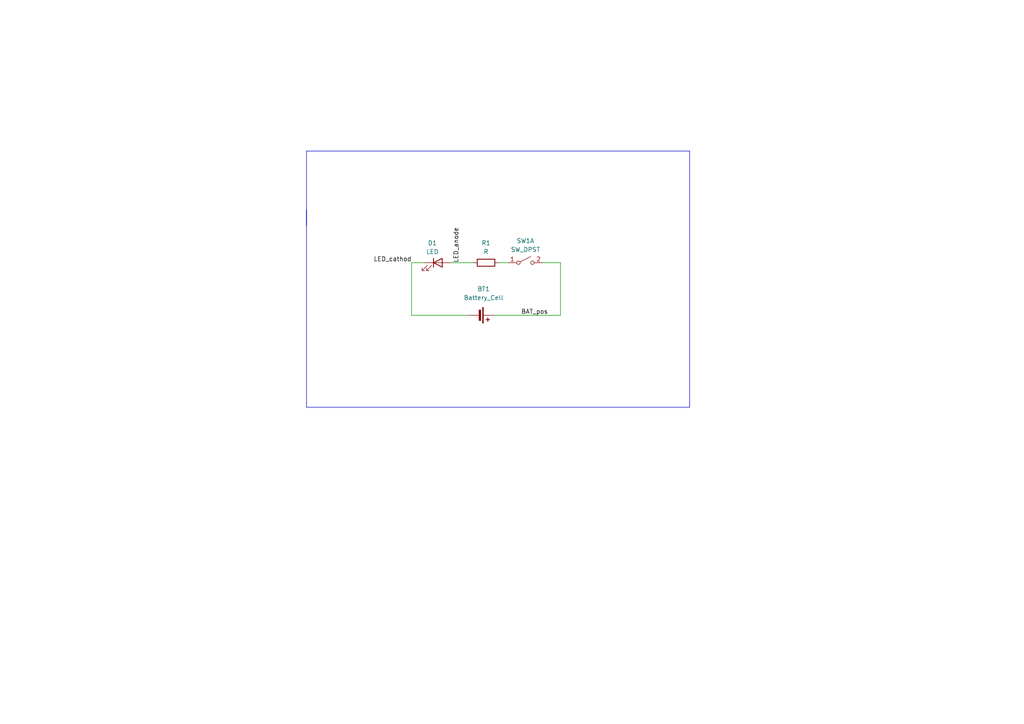
<source format=kicad_sch>
(kicad_sch (version 20250114) (generator "eeschema") (generator_version "9.0")
  (paper "A4")
  (title_block (title "Project 1| Led Torch") (date "2025-05-18") (rev "1") (company "Animatronics"))
  (lib_symbols
    (symbol "Device:Battery_Cell" (pin_numbers (hide yes)) (pin_names (offset 0) (hide yes))
      (property "Reference" "BT" (at 2.54 2.54 0))
      (property "Value" "Battery_Cell" (at 2.54 0 0))
      (symbol "Battery_Cell_0_1"
        (rectangle (start -2.286 1.778) (end 2.286 1.524) (fill (type outline)))
        (rectangle (start -1.524 1.016) (end 1.524 0.508) (fill (type outline)))
        (polyline (pts (xy 0 1.778) (xy 0 2.54)))
        (polyline (pts (xy 0 0.762) (xy 0 0)))
        (polyline (pts (xy 0.762 3.048) (xy 1.778 3.048)) (stroke (width 0.254)))
        (polyline (pts (xy 1.27 3.556) (xy 1.27 2.54)) (stroke (width 0.254)))
      )
      (symbol "Battery_Cell_1_1"
        (pin passive line (at 0 5.08 270) (length 2.54) (name "+") (number "1"))
        (pin passive line (at 0 -2.54 90) (length 2.54) (name "-") (number "2"))
      )
    )
    (symbol "Device:LED" (pin_numbers (hide yes)) (pin_names (offset 1.016) (hide yes))
      (property "Reference" "D" (at 0 2.54 0))
      (property "Value" "LED" (at 0 -2.54 0))
      (symbol "LED_0_1"
        (polyline (pts (xy -3.048 -0.762) (xy -4.572 -2.286) (xy -3.81 -2.286) (xy -4.572 -2.286) (xy -4.572 -1.524)))
        (polyline (pts (xy -1.778 -0.762) (xy -3.302 -2.286) (xy -2.54 -2.286) (xy -3.302 -2.286) (xy -3.302 -1.524)))
        (polyline (pts (xy -1.27 0) (xy 1.27 0)))
        (polyline (pts (xy -1.27 -1.27) (xy -1.27 1.27)) (stroke (width 0.254)))
        (polyline (pts (xy 1.27 -1.27) (xy 1.27 1.27) (xy -1.27 0) (xy 1.27 -1.27)) (stroke (width 0.254)))
      )
      (symbol "LED_1_1"
        (pin passive line (at -3.81 0 0) (length 2.54) (name "K") (number "1"))
        (pin passive line (at 3.81 0 180) (length 2.54) (name "A") (number "2"))
      )
    )
    (symbol "Device:R" (pin_numbers (hide yes)) (pin_names (offset 0))
      (property "Reference" "R" (at 2.032 0 90))
      (property "Value" "R" (at 0 0 90))
      (symbol "R_0_1"
        (rectangle (start -1.016 -2.54) (end 1.016 2.54) (stroke (width 0.254)))
      )
      (symbol "R_1_1"
        (pin passive line (at 0 3.81 270) (length 1.27) (name "~") (number "1"))
        (pin passive line (at 0 -3.81 90) (length 1.27) (name "~") (number "2"))
      )
    )
    (symbol "Switch:SW_DPST_x2" (pin_names (offset 0) (hide yes))
      (property "Reference" "SW" (at 0 3.175 0))
      (property "Value" "SW_DPST_x2" (at 0 -2.54 0))
      (symbol "SW_DPST_x2_0_0"
        (circle (center -2.032 0) (radius 0.508))
        (polyline (pts (xy -1.524 0.254) (xy 1.524 1.778)))
        (circle (center 2.032 0) (radius 0.508))
      )
      (symbol "SW_DPST_x2_1_1"
        (pin passive line (at -5.08 0 0) (length 2.54) (name "A") (number "1"))
        (pin passive line (at 5.08 0 180) (length 2.54) (name "B") (number "2"))
      )
      (symbol "SW_DPST_x2_2_1"
        (pin passive line (at -5.08 0 0) (length 2.54) (name "A") (number "3"))
        (pin passive line (at 5.08 0 180) (length 2.54) (name "B") (number "4"))
      )
    )
  )
  (polyline (pts (xy 88.9 118.11) (xy 200.025 118.11)))
  (wire (pts (xy 119.38 76.2) (xy 123.19 76.2)))
  (wire (pts (xy 162.56 76.2) (xy 157.48 76.2)))
  (polyline (pts (xy 200.025 118.11) (xy 200.025 43.815)))
  (wire (pts (xy 130.81 76.2) (xy 137.16 76.2)))
  (wire (pts (xy 119.38 91.44) (xy 119.38 76.2)))
  (polyline (pts (xy 200.025 43.815) (xy 88.9 43.815)))
  (polyline (pts (xy 88.9 43.815) (xy 88.9 65.405)))
  (wire (pts (xy 162.56 91.44) (xy 162.56 76.2)))
  (polyline (pts (xy 88.9 60.96) (xy 88.9 118.11)))
  (wire (pts (xy 144.78 76.2) (xy 147.32 76.2)))
  (wire (pts (xy 143.51 91.44) (xy 162.56 91.44)))
  (wire (pts (xy 135.89 91.44) (xy 119.38 91.44)))
  (label "LED_anode" (at 133.35 76.2 90))
  (label "LED_cathod" (at 119.38 76.2 180))
  (label "BAT_pos" (at 151.13 91.44 0))
  (symbol (lib_id "Device:R") (at 140.97 76.2 270) (unit 1)
    (property "Reference" "R1" (at 140.97 70.485 90))
    (property "Value" "R" (at 140.97 73.025 90))
    (property "Footprint" "Resistor_THT:R_Axial_DIN0207_L6.3mm_D2.5mm_P7.62mm_Horizontal" (effects (hide yes)))
    (property "Description" "Resistor" (effects (hide yes)))
  )
  (symbol (lib_id "Device:LED") (at 127 76.2 0) (unit 1)
    (property "Reference" "D1" (at 125.4125 70.485 0))
    (property "Value" "LED" (at 125.4125 73.025 0))
    (property "Footprint" "LED_THT:LED_D5.0mm" (effects (hide yes)))
    (property "Description" "Light emitting diode" (effects (hide yes)))
    (property "Sim.Pins" "1=K 2=A" (effects (hide yes)))
  )
  (symbol (lib_id "Switch:SW_DPST_x2") (at 152.4 76.2 0) (unit 1)
    (property "Reference" "SW1" (at 152.4 69.85 0))
    (property "Value" "SW_DPST" (at 152.4 72.39 0))
    (property "Footprint" "Button_Switch_THT:SW_TH_Tactile_Omron_B3F-10xx" (effects (hide yes)))
    (property "Description" "Single Pole Single Throw (SPST) switch, separate symbol" (effects (hide yes)))
  )
  (symbol (lib_id "Device:Battery_Cell") (at 138.43 91.44 270) (unit 1)
    (property "Reference" "BT1" (at 140.2715 83.82 90))
    (property "Value" "Battery_Cell" (at 140.2715 86.36 90))
    (property "Footprint" "Battery:BatteryHolder_Keystone_1058_1x2032" (effects (hide yes)))
    (property "Description" "Single-cell battery" (effects (hide yes)))
  )
)
</source>
